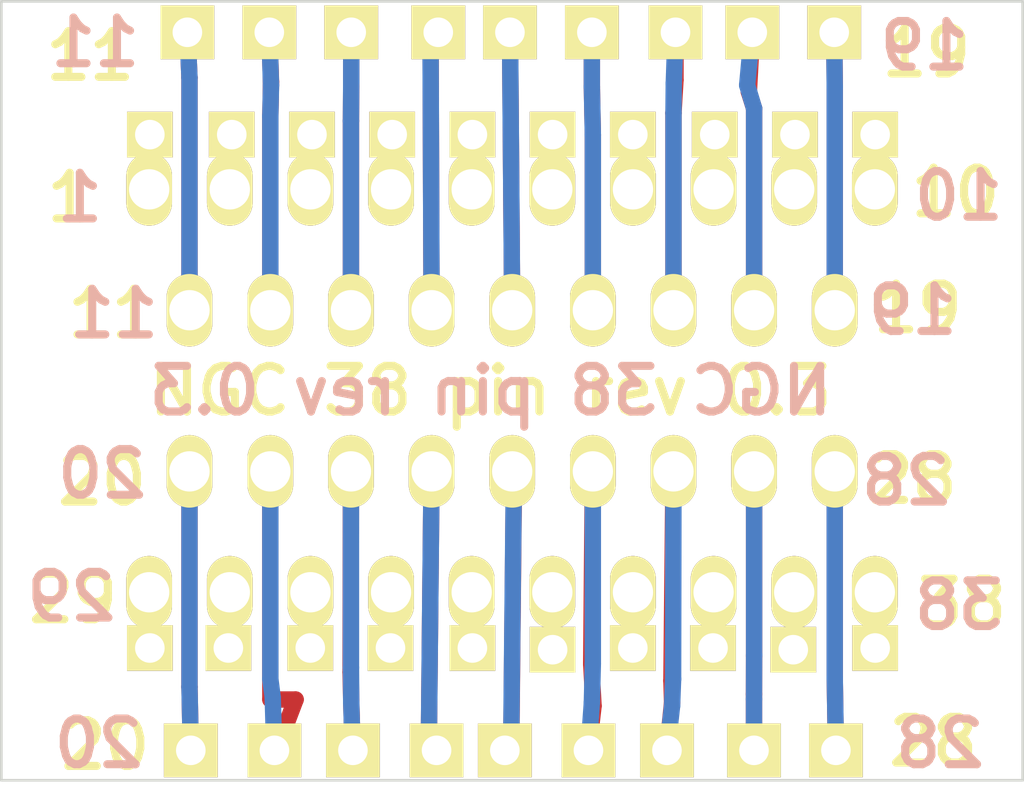
<source format=kicad_pcb>
(kicad_pcb (version 3) (host pcbnew "(2013-07-07 BZR 4022)-stable")

  (general
    (links 38)
    (no_connects 0)
    (area 130.949999 132.969 169.050001 165.053714)
    (thickness 1.6)
    (drawings 30)
    (tracks 136)
    (zones 0)
    (modules 5)
    (nets 39)
  )

  (page A)
  (title_block 
    (title "NGC 38 pin")
    (rev R0.1)
    (company rusEFI)
  )

  (layers
    (15 F.Cu signal)
    (0 B.Cu signal)
    (16 B.Adhes user)
    (17 F.Adhes user)
    (18 B.Paste user)
    (19 F.Paste user)
    (20 B.SilkS user)
    (21 F.SilkS user)
    (22 B.Mask user)
    (23 F.Mask user)
    (24 Dwgs.User user)
    (25 Cmts.User user)
    (26 Eco1.User user)
    (27 Eco2.User user)
    (28 Edge.Cuts user)
  )

  (setup
    (last_trace_width 0.6096)
    (trace_clearance 0.254)
    (zone_clearance 0.508)
    (zone_45_only no)
    (trace_min 0.254)
    (segment_width 0.2)
    (edge_width 0.1)
    (via_size 0.889)
    (via_drill 0.635)
    (via_min_size 0.889)
    (via_min_drill 0.508)
    (uvia_size 0.508)
    (uvia_drill 0.127)
    (uvias_allowed no)
    (uvia_min_size 0.508)
    (uvia_min_drill 0.127)
    (pcb_text_width 0.3)
    (pcb_text_size 1.5 1.5)
    (mod_edge_width 0.15)
    (mod_text_size 1 1)
    (mod_text_width 0.15)
    (pad_size 2 2)
    (pad_drill 1.1)
    (pad_to_mask_clearance 0)
    (aux_axis_origin 0 0)
    (visible_elements 7FFFFB3F)
    (pcbplotparams
      (layerselection 334528513)
      (usegerberextensions true)
      (excludeedgelayer true)
      (linewidth 0.150000)
      (plotframeref false)
      (viasonmask false)
      (mode 1)
      (useauxorigin false)
      (hpglpennumber 1)
      (hpglpenspeed 20)
      (hpglpendiameter 15)
      (hpglpenoverlay 2)
      (psnegative false)
      (psa4output false)
      (plotreference true)
      (plotvalue true)
      (plotothertext true)
      (plotinvisibletext false)
      (padsonsilk false)
      (subtractmaskfromsilk false)
      (outputformat 1)
      (mirror false)
      (drillshape 0)
      (scaleselection 1)
      (outputdirectory NGC_38_connector_gerber))
  )

  (net 0 "")
  (net 1 N-000001)
  (net 2 N-0000010)
  (net 3 N-0000011)
  (net 4 N-0000012)
  (net 5 N-0000013)
  (net 6 N-0000014)
  (net 7 N-0000015)
  (net 8 N-0000016)
  (net 9 N-0000017)
  (net 10 N-0000018)
  (net 11 N-0000019)
  (net 12 N-000002)
  (net 13 N-0000020)
  (net 14 N-0000021)
  (net 15 N-0000022)
  (net 16 N-0000023)
  (net 17 N-0000024)
  (net 18 N-0000025)
  (net 19 N-0000026)
  (net 20 N-0000027)
  (net 21 N-0000028)
  (net 22 N-0000029)
  (net 23 N-000003)
  (net 24 N-0000030)
  (net 25 N-0000031)
  (net 26 N-0000032)
  (net 27 N-0000033)
  (net 28 N-0000034)
  (net 29 N-0000035)
  (net 30 N-0000036)
  (net 31 N-0000037)
  (net 32 N-0000038)
  (net 33 N-000004)
  (net 34 N-000005)
  (net 35 N-000006)
  (net 36 N-000007)
  (net 37 N-000008)
  (net 38 N-000009)

  (net_class Default "This is the default net class."
    (clearance 0.254)
    (trace_width 0.6096)
    (via_dia 0.889)
    (via_drill 0.635)
    (uvia_dia 0.508)
    (uvia_drill 0.127)
    (add_net "")
    (add_net N-000001)
    (add_net N-0000010)
    (add_net N-0000011)
    (add_net N-0000012)
    (add_net N-0000013)
    (add_net N-0000014)
    (add_net N-0000015)
    (add_net N-0000016)
    (add_net N-0000017)
    (add_net N-0000018)
    (add_net N-0000019)
    (add_net N-000002)
    (add_net N-0000020)
    (add_net N-0000021)
    (add_net N-0000022)
    (add_net N-0000023)
    (add_net N-0000024)
    (add_net N-0000025)
    (add_net N-0000026)
    (add_net N-0000027)
    (add_net N-0000028)
    (add_net N-0000029)
    (add_net N-000003)
    (add_net N-0000030)
    (add_net N-0000031)
    (add_net N-0000032)
    (add_net N-0000033)
    (add_net N-0000034)
    (add_net N-0000035)
    (add_net N-0000036)
    (add_net N-0000037)
    (add_net N-0000038)
    (add_net N-000004)
    (add_net N-000005)
    (add_net N-000006)
    (add_net N-000007)
    (add_net N-000008)
    (add_net N-000009)
  )

  (module SIL-10 (layer F.Cu) (tedit 5569DE2C) (tstamp 5569D8A5)
    (at 149.733 140.462)
    (descr "Connecteur 10 pins")
    (tags "CONN DEV")
    (path /543BAEB3)
    (fp_text reference P2 (at -14.605 0) (layer F.SilkS) hide
      (effects (font (size 1.72974 1.08712) (thickness 0.27178)))
    )
    (fp_text value CONN_10 (at 6.35 -2.54) (layer F.SilkS) hide
      (effects (font (size 1.524 1.016) (thickness 0.254)))
    )
    (pad 1 thru_hole rect (at -13.208 0) (size 1.7 1.7) (drill 1.1)
      (layers *.Cu *.Mask F.SilkS)
      (net 3 N-0000011)
    )
    (pad 2 thru_hole rect (at -10.16 0) (size 1.7 1.7) (drill 1.1)
      (layers *.Cu *.Mask F.SilkS)
      (net 2 N-0000010)
    )
    (pad 3 thru_hole rect (at -7.1755 0) (size 1.7 1.7) (drill 1.1)
      (layers *.Cu *.Mask F.SilkS)
      (net 38 N-000009)
    )
    (pad 4 thru_hole rect (at -4.191 0) (size 1.7 1.7) (drill 1.1)
      (layers *.Cu *.Mask F.SilkS)
      (net 37 N-000008)
    )
    (pad 5 thru_hole rect (at -1.2065 0) (size 1.7 1.7) (drill 1.1)
      (layers *.Cu *.Mask F.SilkS)
      (net 36 N-000007)
    )
    (pad 6 thru_hole rect (at 1.778 0) (size 1.7 1.7) (drill 1.1)
      (layers *.Cu *.Mask F.SilkS)
      (net 35 N-000006)
    )
    (pad 7 thru_hole rect (at 4.7625 0) (size 1.7 1.7) (drill 1.1)
      (layers *.Cu *.Mask F.SilkS)
      (net 34 N-000005)
    )
    (pad 8 thru_hole rect (at 7.8105 0) (size 1.7 1.7) (drill 1.1)
      (layers *.Cu *.Mask F.SilkS)
      (net 33 N-000004)
    )
    (pad 9 thru_hole rect (at 10.795 0) (size 1.7 1.7) (drill 1.1)
      (layers *.Cu *.Mask F.SilkS)
      (net 23 N-000003)
    )
    (pad 10 thru_hole rect (at 13.7795 0) (size 1.7 1.7) (drill 1.1)
      (layers *.Cu *.Mask F.SilkS)
      (net 12 N-000002)
    )
  )

  (module SIL-9 (layer F.Cu) (tedit 5569EAD8) (tstamp 543ED05C)
    (at 149.733 163.3855)
    (descr "Connecteur 9 pins")
    (tags "CONN DEV")
    (path /543ECFDE)
    (fp_text reference P5 (at -13.335 0) (layer F.SilkS) hide
      (effects (font (size 1.72974 1.08712) (thickness 0.27178)))
    )
    (fp_text value CONN_9 (at 5.08 -2.54) (layer F.SilkS) hide
      (effects (font (size 1.524 1.016) (thickness 0.254)))
    )
    (pad 1 thru_hole rect (at -11.684 0) (size 2 2) (drill 1.1)
      (layers *.Cu *.Mask F.SilkS)
      (net 8 N-0000016)
    )
    (pad 2 thru_hole rect (at -8.5725 0) (size 2 2) (drill 1.1)
      (layers *.Cu *.Mask F.SilkS)
      (net 21 N-0000028)
    )
    (pad 3 thru_hole rect (at -5.6515 0) (size 2 2) (drill 1.1)
      (layers *.Cu *.Mask F.SilkS)
      (net 20 N-0000027)
    )
    (pad 4 thru_hole rect (at -2.54 0) (size 2 2) (drill 1.1)
      (layers *.Cu *.Mask F.SilkS)
      (net 19 N-0000026)
    )
    (pad 5 thru_hole rect (at 0 0) (size 2 2) (drill 1.1)
      (layers *.Cu *.Mask F.SilkS)
      (net 18 N-0000025)
    )
    (pad 6 thru_hole rect (at 3.1115 0) (size 2 2) (drill 1.1)
      (layers *.Cu *.Mask F.SilkS)
      (net 17 N-0000024)
    )
    (pad 7 thru_hole rect (at 6.0325 0) (size 2 2) (drill 1.1)
      (layers *.Cu *.Mask F.SilkS)
      (net 16 N-0000023)
    )
    (pad 8 thru_hole rect (at 9.271 0) (size 2 2) (drill 1.1)
      (layers *.Cu *.Mask F.SilkS)
      (net 15 N-0000022)
    )
    (pad 9 thru_hole rect (at 12.319 0) (size 2 2) (drill 1.1)
      (layers *.Cu *.Mask F.SilkS)
      (net 14 N-0000021)
    )
  )

  (module SIL-9 (layer F.Cu) (tedit 5569EACB) (tstamp 543ED06E)
    (at 149.7965 136.652)
    (descr "Connecteur 9 pins")
    (tags "CONN DEV")
    (path /543ECFEB)
    (fp_text reference P3 (at -13.09 0.11) (layer F.SilkS) hide
      (effects (font (size 1.72974 1.08712) (thickness 0.27178)))
    )
    (fp_text value CONN_9 (at 5.08 -2.54) (layer F.SilkS) hide
      (effects (font (size 1.524 1.016) (thickness 0.254)))
    )
    (pad 1 thru_hole rect (at -11.8745 0) (size 2 2) (drill 1.1)
      (layers *.Cu *.Mask F.SilkS)
      (net 13 N-0000020)
    )
    (pad 2 thru_hole rect (at -8.8265 0) (size 2 2) (drill 1.1)
      (layers *.Cu *.Mask F.SilkS)
      (net 11 N-0000019)
    )
    (pad 3 thru_hole rect (at -5.7785 0) (size 2 2) (drill 1.1)
      (layers *.Cu *.Mask F.SilkS)
      (net 10 N-0000018)
    )
    (pad 4 thru_hole rect (at -2.54 0) (size 2 2) (drill 1.1)
      (layers *.Cu *.Mask F.SilkS)
      (net 9 N-0000017)
    )
    (pad 5 thru_hole rect (at 0.127 0) (size 2 2) (drill 1.1)
      (layers *.Cu *.Mask F.SilkS)
      (net 1 N-000001)
    )
    (pad 6 thru_hole rect (at 3.175 0) (size 2 2) (drill 1.1)
      (layers *.Cu *.Mask F.SilkS)
      (net 7 N-0000015)
    )
    (pad 7 thru_hole rect (at 6.2865 0) (size 2 2) (drill 1.1)
      (layers *.Cu *.Mask F.SilkS)
      (net 6 N-0000014)
    )
    (pad 8 thru_hole rect (at 9.144 0) (size 2 2) (drill 1.1)
      (layers *.Cu *.Mask F.SilkS)
      (net 5 N-0000013)
    )
    (pad 9 thru_hole rect (at 12.192 0) (size 2 2) (drill 1.1)
      (layers *.Cu *.Mask F.SilkS)
      (net 4 N-0000012)
    )
  )

  (module SIL-10 (layer F.Cu) (tedit 5569E2BE) (tstamp 543ED081)
    (at 149.2885 159.5755)
    (descr "Connecteur 10 pins")
    (tags "CONN DEV")
    (path /543ECFCF)
    (fp_text reference P4 (at -14.605 0) (layer F.SilkS) hide
      (effects (font (size 1.72974 1.08712) (thickness 0.27178)))
    )
    (fp_text value CONN_10 (at 6.35 -2.54) (layer F.SilkS) hide
      (effects (font (size 1.524 1.016) (thickness 0.254)))
    )
    (pad 1 thru_hole rect (at -12.7635 0) (size 1.7 1.7) (drill 1.1)
      (layers *.Cu *.Mask F.SilkS)
      (net 29 N-0000035)
    )
    (pad 2 thru_hole rect (at -9.8425 0) (size 1.7 1.7) (drill 1.1)
      (layers *.Cu *.Mask F.SilkS)
      (net 28 N-0000034)
    )
    (pad 3 thru_hole rect (at -6.7945 0) (size 1.7 1.7) (drill 1.1)
      (layers *.Cu *.Mask F.SilkS)
      (net 22 N-0000029)
    )
    (pad 4 thru_hole rect (at -3.81 0) (size 1.7 1.7) (drill 1.1)
      (layers *.Cu *.Mask F.SilkS)
      (net 26 N-0000032)
    )
    (pad 5 thru_hole rect (at -0.762 0) (size 1.7 1.7) (drill 1.1)
      (layers *.Cu *.Mask F.SilkS)
      (net 25 N-0000031)
    )
    (pad 6 thru_hole rect (at 2.2225 0.0635) (size 1.7 1.7) (drill 1.1)
      (layers *.Cu *.Mask F.SilkS)
      (net 24 N-0000030)
    )
    (pad 7 thru_hole rect (at 5.207 0) (size 1.7 1.7) (drill 1.1)
      (layers *.Cu *.Mask F.SilkS)
      (net 32 N-0000038)
    )
    (pad 8 thru_hole rect (at 8.1915 0) (size 1.7 1.7) (drill 1.1)
      (layers *.Cu *.Mask F.SilkS)
      (net 31 N-0000037)
    )
    (pad 9 thru_hole rect (at 11.176 0.0635) (size 1.7 1.7) (drill 1.1)
      (layers *.Cu *.Mask F.SilkS)
      (net 30 N-0000036)
    )
    (pad 10 thru_hole rect (at 14.224 0) (size 1.7 1.7) (drill 1.1)
      (layers *.Cu *.Mask F.SilkS)
      (net 27 N-0000033)
    )
  )

  (module PCM_C1 (layer F.Cu) (tedit 54478AE1) (tstamp 5446FAEB)
    (at 136.5 150)
    (descr PCM_CON_4x38_C1)
    (tags PCM_CON_4x38_C1)
    (path /543BAB9B)
    (fp_text reference P1 (at -1.27 0) (layer F.SilkS) hide
      (effects (font (size 1.5 1) (thickness 0.15)))
    )
    (fp_text value DIL38 (at -2.25 0) (layer F.SilkS) hide
      (effects (font (size 1.5 1) (thickness 0.15)))
    )
    (pad 1 thru_hole oval (at 0 -7.5) (size 1.7 2.7) (drill 1.5)
      (layers *.Cu *.Mask F.SilkS)
      (net 3 N-0000011)
      (zone_connect 2)
    )
    (pad 2 thru_hole oval (at 3 -7.5) (size 1.7 2.7) (drill 1.5)
      (layers *.Cu *.Mask F.SilkS)
      (net 2 N-0000010)
    )
    (pad 3 thru_hole oval (at 6 -7.5) (size 1.7 2.7) (drill 1.5)
      (layers *.Cu *.Mask F.SilkS)
      (net 38 N-000009)
    )
    (pad 4 thru_hole oval (at 9 -7.5) (size 1.7 2.7) (drill 1.5)
      (layers *.Cu *.Mask F.SilkS)
      (net 37 N-000008)
    )
    (pad 5 thru_hole oval (at 12 -7.5) (size 1.7 2.7) (drill 1.5)
      (layers *.Cu *.Mask F.SilkS)
      (net 36 N-000007)
    )
    (pad 6 thru_hole oval (at 15 -7.5) (size 1.7 2.7) (drill 1.5)
      (layers *.Cu *.Mask F.SilkS)
      (net 35 N-000006)
    )
    (pad 7 thru_hole oval (at 18 -7.5) (size 1.7 2.7) (drill 1.5)
      (layers *.Cu *.Mask F.SilkS)
      (net 34 N-000005)
    )
    (pad 8 thru_hole oval (at 21 -7.5) (size 1.7 2.7) (drill 1.5)
      (layers *.Cu *.Mask F.SilkS)
      (net 33 N-000004)
    )
    (pad 9 thru_hole oval (at 24 -7.5) (size 1.7 2.7) (drill 1.5)
      (layers *.Cu *.Mask F.SilkS)
      (net 23 N-000003)
    )
    (pad 10 thru_hole oval (at 27 -7.5) (size 1.7 2.7) (drill 1.5)
      (layers *.Cu *.Mask F.SilkS)
      (net 12 N-000002)
    )
    (pad 29 thru_hole oval (at 0 7.5) (size 1.7 2.7) (drill 1.5)
      (layers *.Cu *.Mask F.SilkS)
      (net 29 N-0000035)
    )
    (pad 30 thru_hole oval (at 3 7.5) (size 1.7 2.7) (drill 1.5)
      (layers *.Cu *.Mask F.SilkS)
      (net 28 N-0000034)
    )
    (pad 31 thru_hole oval (at 6 7.5) (size 1.7 2.7) (drill 1.5)
      (layers *.Cu *.Mask F.SilkS)
      (net 22 N-0000029)
    )
    (pad 32 thru_hole oval (at 9 7.5) (size 1.7 2.7) (drill 1.5)
      (layers *.Cu *.Mask F.SilkS)
      (net 26 N-0000032)
    )
    (pad 33 thru_hole oval (at 12 7.5) (size 1.7 2.7) (drill 1.5)
      (layers *.Cu *.Mask F.SilkS)
      (net 25 N-0000031)
    )
    (pad 34 thru_hole oval (at 15 7.5) (size 1.7 2.7) (drill 1.5)
      (layers *.Cu *.Mask F.SilkS)
      (net 24 N-0000030)
    )
    (pad 35 thru_hole oval (at 18 7.5) (size 1.7 2.7) (drill 1.5)
      (layers *.Cu *.Mask F.SilkS)
      (net 32 N-0000038)
    )
    (pad 36 thru_hole oval (at 21 7.5) (size 1.7 2.7) (drill 1.5)
      (layers *.Cu *.Mask F.SilkS)
      (net 31 N-0000037)
    )
    (pad 37 thru_hole oval (at 24 7.5) (size 1.7 2.7) (drill 1.5)
      (layers *.Cu *.Mask F.SilkS)
      (net 30 N-0000036)
    )
    (pad 38 thru_hole oval (at 27 7.5) (size 1.7 2.7) (drill 1.5)
      (layers *.Cu *.Mask F.SilkS)
      (net 27 N-0000033)
    )
    (pad 11 thru_hole oval (at 1.5 -3) (size 1.7 2.7) (drill 1.5)
      (layers *.Cu *.Mask F.SilkS)
      (net 13 N-0000020)
    )
    (pad 12 thru_hole oval (at 4.508 -3) (size 1.7 2.7) (drill 1.5)
      (layers *.Cu *.Mask F.SilkS)
      (net 11 N-0000019)
    )
    (pad 13 thru_hole oval (at 7.508 -3) (size 1.7 2.7) (drill 1.5)
      (layers *.Cu *.Mask F.SilkS)
      (net 10 N-0000018)
    )
    (pad 14 thru_hole oval (at 10.508 -3) (size 1.7 2.7) (drill 1.5)
      (layers *.Cu *.Mask F.SilkS)
      (net 9 N-0000017)
    )
    (pad 15 thru_hole oval (at 13.508 -3) (size 1.7 2.7) (drill 1.5)
      (layers *.Cu *.Mask F.SilkS)
      (net 1 N-000001)
    )
    (pad 16 thru_hole oval (at 16.508 -3) (size 1.7 2.7) (drill 1.5)
      (layers *.Cu *.Mask F.SilkS)
      (net 7 N-0000015)
    )
    (pad 17 thru_hole oval (at 19.508 -3) (size 1.7 2.7) (drill 1.5)
      (layers *.Cu *.Mask F.SilkS)
      (net 6 N-0000014)
    )
    (pad 18 thru_hole oval (at 22.508 -3) (size 1.7 2.7) (drill 1.5)
      (layers *.Cu *.Mask F.SilkS)
      (net 5 N-0000013)
    )
    (pad 19 thru_hole oval (at 25.508 -3) (size 1.7 2.7) (drill 1.5)
      (layers *.Cu *.Mask F.SilkS)
      (net 4 N-0000012)
    )
    (pad 20 thru_hole oval (at 1.5 3) (size 1.7 2.7) (drill 1.5)
      (layers *.Cu *.Mask F.SilkS)
      (net 8 N-0000016)
    )
    (pad 21 thru_hole oval (at 4.508 3) (size 1.7 2.7) (drill 1.5)
      (layers *.Cu *.Mask F.SilkS)
      (net 21 N-0000028)
    )
    (pad 22 thru_hole oval (at 7.508 3) (size 1.7 2.7) (drill 1.5)
      (layers *.Cu *.Mask F.SilkS)
      (net 20 N-0000027)
    )
    (pad 23 thru_hole oval (at 10.508 3) (size 1.7 2.7) (drill 1.5)
      (layers *.Cu *.Mask F.SilkS)
      (net 19 N-0000026)
    )
    (pad 24 thru_hole oval (at 13.508 3) (size 1.7 2.7) (drill 1.5)
      (layers *.Cu *.Mask F.SilkS)
      (net 18 N-0000025)
    )
    (pad 25 thru_hole oval (at 16.508 3) (size 1.7 2.7) (drill 1.5)
      (layers *.Cu *.Mask F.SilkS)
      (net 17 N-0000024)
    )
    (pad 26 thru_hole oval (at 19.508 3) (size 1.7 2.7) (drill 1.5)
      (layers *.Cu *.Mask F.SilkS)
      (net 16 N-0000023)
    )
    (pad 27 thru_hole oval (at 22.508 3) (size 1.7 2.7) (drill 1.5)
      (layers *.Cu *.Mask F.SilkS)
      (net 15 N-0000022)
    )
    (pad 28 thru_hole oval (at 25.508 3) (size 1.7 2.7) (drill 1.5)
      (layers *.Cu *.Mask F.SilkS)
      (net 14 N-0000021)
    )
  )

  (gr_text 20 (at 134.62 163.1315) (layer B.SilkS)
    (effects (font (size 1.7 1.7) (thickness 0.3)) (justify mirror))
  )
  (gr_text 20 (at 134.747 153.0985) (layer B.SilkS)
    (effects (font (size 1.7 1.7) (thickness 0.3)) (justify mirror))
  )
  (gr_text 28 (at 165.9255 163.1315) (layer B.SilkS)
    (effects (font (size 1.7 1.7) (thickness 0.3)) (justify mirror))
  )
  (gr_text 28 (at 164.6555 153.3525) (layer B.SilkS)
    (effects (font (size 1.7 1.7) (thickness 0.3)) (justify mirror))
  )
  (gr_text 28 (at 164.9095 153.289) (layer F.SilkS)
    (effects (font (size 1.7 1.7) (thickness 0.3)))
  )
  (gr_text 28 (at 165.6715 163.068) (layer F.SilkS)
    (effects (font (size 1.7 1.7) (thickness 0.3)))
  )
  (gr_text 20 (at 134.874 163.195) (layer F.SilkS)
    (effects (font (size 1.7 1.7) (thickness 0.3)))
  )
  (gr_text 20 (at 134.747 153.3525) (layer F.SilkS)
    (effects (font (size 1.7 1.7) (thickness 0.3)))
  )
  (gr_text 38 (at 166.751 157.9245) (layer F.SilkS)
    (effects (font (size 1.7 1.7) (thickness 0.3)))
  )
  (gr_text 29 (at 133.6675 157.734) (layer F.SilkS)
    (effects (font (size 1.7 1.7) (thickness 0.3)))
  )
  (gr_text 29 (at 133.604 157.6705) (layer B.SilkS)
    (effects (font (size 1.7 1.7) (thickness 0.3)) (justify mirror))
  )
  (gr_text 11 (at 135.1915 147.1295) (layer B.SilkS)
    (effects (font (size 1.7 1.7) (thickness 0.3)) (justify mirror))
  )
  (gr_text 11 (at 134.493 137.033) (layer B.SilkS)
    (effects (font (size 1.7 1.7) (thickness 0.3)) (justify mirror))
  )
  (gr_text 11 (at 135.128 147.1295) (layer F.SilkS)
    (effects (font (size 1.7 1.7) (thickness 0.3)))
  )
  (gr_text 11 (at 134.3025 137.541) (layer F.SilkS)
    (effects (font (size 1.7 1.7) (thickness 0.3)))
  )
  (gr_text 1 (at 133.5405 142.8115) (layer F.SilkS)
    (effects (font (size 1.7 1.7) (thickness 0.3)))
  )
  (gr_text 1 (at 133.9215 142.8115) (layer B.SilkS)
    (effects (font (size 1.7 1.7) (thickness 0.3)) (justify mirror))
  )
  (gr_text 19 (at 165.354 137.16) (layer B.SilkS)
    (effects (font (size 1.7 1.7) (thickness 0.3)) (justify mirror))
  )
  (gr_text 19 (at 165.4175 137.414) (layer F.SilkS)
    (effects (font (size 1.7 1.7) (thickness 0.3)))
  )
  (gr_text 19 (at 165.1 146.939) (layer F.SilkS)
    (effects (font (size 1.7 1.7) (thickness 0.3)))
  )
  (gr_text 10 (at 166.497 142.621) (layer F.SilkS)
    (effects (font (size 1.7 1.7) (thickness 0.3)))
  )
  (gr_text 38 (at 166.624 157.988) (layer B.SilkS)
    (effects (font (size 1.7 1.7) (thickness 0.3)) (justify mirror))
  )
  (gr_text 19 (at 164.9095 147.0025) (layer B.SilkS)
    (effects (font (size 1.7 1.7) (thickness 0.3)) (justify mirror))
  )
  (gr_text 10 (at 166.624 142.748) (layer B.SilkS)
    (effects (font (size 1.7 1.7) (thickness 0.3)) (justify mirror))
  )
  (gr_text "NGC 38 pin rev 0.3" (at 149.2 150) (layer B.SilkS)
    (effects (font (size 1.7 1.7) (thickness 0.3)) (justify mirror))
  )
  (gr_line (start 169 135.5) (end 131 135.5) (angle 90) (layer Edge.Cuts) (width 0.1))
  (gr_line (start 169 164.5) (end 169 135.5) (angle 90) (layer Edge.Cuts) (width 0.1))
  (gr_line (start 131 164.5) (end 131 135.5) (angle 90) (layer Edge.Cuts) (width 0.1))
  (gr_line (start 169 164.5) (end 131 164.5) (angle 90) (layer Edge.Cuts) (width 0.1))
  (gr_text "NGC 38 pin rev 0.3" (at 149.2 150) (layer F.SilkS)
    (effects (font (size 1.7 1.7) (thickness 0.3)))
  )

  (segment (start 150.008 147) (end 149.9235 136.271) (width 0.6096) (layer F.Cu) (net 1) (status 20))
  (segment (start 149.9235 136.271) (end 149.9235 136.271) (width 0.6096) (layer F.Cu) (net 1) (tstamp 54471B44) (status 30))
  (segment (start 150.008 147) (end 149.9235 136.271) (width 0.6096) (layer B.Cu) (net 1) (status 20))
  (segment (start 149.9235 136.271) (end 149.9235 136.271) (width 0.6096) (layer B.Cu) (net 1) (tstamp 544718A4) (status 30))
  (segment (start 149.9235 136.271) (end 149.9235 136.271) (width 0.254) (layer F.Cu) (net 1) (tstamp 544638F0) (status 30))
  (segment (start 139.573 140.462) (end 139.573 142.427) (width 0.6096) (layer B.Cu) (net 2))
  (segment (start 139.573 142.427) (end 139.5 142.5) (width 0.6096) (layer B.Cu) (net 2) (tstamp 5581FFA1))
  (segment (start 136.5 142.5) (end 136.5 140.487) (width 0.6096) (layer B.Cu) (net 3))
  (segment (start 136.5 140.487) (end 136.525 140.462) (width 0.6096) (layer B.Cu) (net 3) (tstamp 5581FF9C))
  (segment (start 162.008 147) (end 162.008 138.678) (width 0.6096) (layer F.Cu) (net 4))
  (segment (start 162.008 138.678) (end 161.9885 136.5885) (width 0.6096) (layer F.Cu) (net 4) (tstamp 54471B02) (status 20))
  (segment (start 162.008 147) (end 162.008 138.678) (width 0.6096) (layer B.Cu) (net 4))
  (segment (start 162.008 138.678) (end 161.9885 136.5885) (width 0.6096) (layer B.Cu) (net 4) (tstamp 5447186E) (status 20))
  (segment (start 159.008 147) (end 159.008 139.488) (width 0.6096) (layer F.Cu) (net 5))
  (segment (start 159.008 139.488) (end 158.8135 138.8745) (width 0.6096) (layer F.Cu) (net 5) (tstamp 54471B13))
  (segment (start 158.8135 138.8745) (end 158.9405 136.525) (width 0.6096) (layer F.Cu) (net 5) (tstamp 54471B15) (status 20))
  (segment (start 159.008 147) (end 159.008 139.488) (width 0.6096) (layer B.Cu) (net 5))
  (segment (start 158.75 138.6205) (end 158.9405 136.525) (width 0.6096) (layer B.Cu) (net 5) (tstamp 54471882) (status 20))
  (segment (start 159.008 139.488) (end 158.75 138.6205) (width 0.6096) (layer B.Cu) (net 5) (tstamp 5447187B))
  (segment (start 156.008 147) (end 156.008 139.663) (width 0.6096) (layer F.Cu) (net 6))
  (segment (start 156.008 139.663) (end 156.083 138.43) (width 0.6096) (layer F.Cu) (net 6) (tstamp 54471B24))
  (segment (start 156.083 138.43) (end 156.083 136.7155) (width 0.6096) (layer F.Cu) (net 6) (tstamp 54471B26) (status 20))
  (segment (start 156.008 147) (end 156.008 139.663) (width 0.6096) (layer B.Cu) (net 6))
  (segment (start 156.0195 138.557) (end 156.083 136.7155) (width 0.6096) (layer B.Cu) (net 6) (tstamp 5447188D) (status 20))
  (segment (start 156.008 139.663) (end 156.0195 138.557) (width 0.6096) (layer B.Cu) (net 6) (tstamp 5447188B))
  (segment (start 153.008 147) (end 153.008 140.473) (width 0.6096) (layer F.Cu) (net 7))
  (segment (start 152.9715 138.684) (end 152.9715 136.4615) (width 0.6096) (layer F.Cu) (net 7) (tstamp 54471B36) (status 20))
  (segment (start 153.008 147) (end 153.008 140.473) (width 0.6096) (layer B.Cu) (net 7))
  (segment (start 152.9715 138.684) (end 152.9715 136.4615) (width 0.6096) (layer B.Cu) (net 7) (tstamp 5447189B) (status 20))
  (segment (start 153.008 140.473) (end 152.9715 138.684) (width 0.6096) (layer F.Cu) (net 7) (tstamp 54471B34))
  (segment (start 153.008 140.473) (end 152.9715 138.684) (width 0.6096) (layer B.Cu) (net 7) (tstamp 54471897))
  (segment (start 138 153) (end 138 161.025) (width 0.6096) (layer F.Cu) (net 8))
  (segment (start 138 161.025) (end 138.049 163.322) (width 0.6096) (layer F.Cu) (net 8) (tstamp 54471A81) (status 20))
  (segment (start 138 153) (end 138 161.025) (width 0.6096) (layer B.Cu) (net 8))
  (segment (start 138 161.025) (end 138.049 163.322) (width 0.6096) (layer B.Cu) (net 8) (tstamp 544717A5) (status 20))
  (segment (start 147.008 147) (end 146.9695 136.939) (width 0.6096) (layer F.Cu) (net 9) (status 20))
  (segment (start 146.9695 136.939) (end 147.2565 136.652) (width 0.6096) (layer F.Cu) (net 9) (tstamp 54471B53) (status 30))
  (segment (start 147.008 147) (end 146.9695 136.939) (width 0.6096) (layer B.Cu) (net 9) (status 20))
  (segment (start 146.9695 136.939) (end 147.2565 136.652) (width 0.6096) (layer B.Cu) (net 9) (tstamp 544718AE) (status 30))
  (segment (start 144.008 147) (end 144.008 139.952) (width 0.6096) (layer F.Cu) (net 10))
  (segment (start 144.008 139.952) (end 144.018 138.684) (width 0.6096) (layer F.Cu) (net 10) (tstamp 54471B62))
  (segment (start 144.018 138.684) (end 144.018 136.5885) (width 0.6096) (layer F.Cu) (net 10) (tstamp 54471B64) (status 20))
  (segment (start 144.008 147) (end 144.008 139.952) (width 0.6096) (layer B.Cu) (net 10))
  (segment (start 144.018 138.4935) (end 144.018 136.5885) (width 0.6096) (layer B.Cu) (net 10) (tstamp 544718BB) (status 20))
  (segment (start 144.008 139.952) (end 144.018 138.4935) (width 0.6096) (layer B.Cu) (net 10) (tstamp 544718B8))
  (segment (start 141.008 147) (end 141.008 139.777) (width 0.6096) (layer F.Cu) (net 11))
  (segment (start 141.008 139.777) (end 141.0335 138.4935) (width 0.6096) (layer F.Cu) (net 11) (tstamp 54471B72))
  (segment (start 141.0335 138.4935) (end 140.97 136.525) (width 0.6096) (layer F.Cu) (net 11) (tstamp 54471B75) (status 20))
  (segment (start 141.008 147) (end 141.008 139.777) (width 0.6096) (layer B.Cu) (net 11))
  (segment (start 141.0335 138.6205) (end 140.97 136.525) (width 0.6096) (layer B.Cu) (net 11) (tstamp 544718C6) (status 20))
  (segment (start 141.008 139.777) (end 141.0335 138.6205) (width 0.6096) (layer B.Cu) (net 11) (tstamp 544718C4))
  (segment (start 163.5 142.5) (end 163.5 140.4745) (width 0.6096) (layer B.Cu) (net 12))
  (segment (start 163.5 140.4745) (end 163.5125 140.462) (width 0.6096) (layer B.Cu) (net 12) (tstamp 5581FFAD))
  (segment (start 138 147) (end 138 138.34) (width 0.6096) (layer F.Cu) (net 13))
  (segment (start 138 138.34) (end 137.922 136.5885) (width 0.6096) (layer F.Cu) (net 13) (tstamp 54471B84) (status 20))
  (segment (start 138 147) (end 138 138.34) (width 0.6096) (layer B.Cu) (net 13))
  (segment (start 138 138.34) (end 137.922 136.5885) (width 0.6096) (layer B.Cu) (net 13) (tstamp 544718CF) (status 20))
  (segment (start 162.008 153) (end 162.008 160.687) (width 0.6096) (layer F.Cu) (net 14))
  (segment (start 162.008 160.687) (end 162.052 163.322) (width 0.6096) (layer F.Cu) (net 14) (tstamp 54471ADE) (status 20))
  (segment (start 162.008 153) (end 162.008 160.687) (width 0.6096) (layer B.Cu) (net 14))
  (segment (start 162.008 160.687) (end 162.052 163.322) (width 0.6096) (layer B.Cu) (net 14) (tstamp 54471815) (status 20))
  (segment (start 159.008 153) (end 159.008 159.877) (width 0.6096) (layer F.Cu) (net 15))
  (segment (start 159.008 159.877) (end 159.004 161.29) (width 0.6096) (layer F.Cu) (net 15) (tstamp 54471AD2))
  (segment (start 159.004 161.29) (end 159.004 163.5125) (width 0.6096) (layer F.Cu) (net 15) (tstamp 54471AD4) (status 20))
  (segment (start 159.008 153) (end 159.008 159.828318) (width 0.6096) (layer B.Cu) (net 15))
  (segment (start 159.004 161.4805) (end 159.004 163.5125) (width 0.6096) (layer B.Cu) (net 15) (tstamp 5447180C) (status 20))
  (segment (start 159.008 159.828318) (end 159.004 161.4805) (width 0.6096) (layer B.Cu) (net 15) (tstamp 54471809))
  (segment (start 156.008 153) (end 155.931 160.795) (width 0.6096) (layer F.Cu) (net 16))
  (segment (start 155.931 160.795) (end 155.956 161.6075) (width 0.6096) (layer F.Cu) (net 16) (tstamp 54471AC8))
  (segment (start 155.956 161.6075) (end 155.7655 163.449) (width 0.6096) (layer F.Cu) (net 16) (tstamp 54471AC9) (status 20))
  (segment (start 156.008 153) (end 155.9945 160.7315) (width 0.6096) (layer B.Cu) (net 16))
  (segment (start 155.956 161.7345) (end 155.7655 163.449) (width 0.6096) (layer B.Cu) (net 16) (tstamp 544717F9) (status 20))
  (segment (start 155.9945 160.7315) (end 155.956 161.7345) (width 0.6096) (layer B.Cu) (net 16) (tstamp 544717F7))
  (segment (start 153.008 153) (end 152.9465 160.16) (width 0.6096) (layer F.Cu) (net 17))
  (segment (start 153.035 161.7345) (end 152.8445 163.3855) (width 0.6096) (layer F.Cu) (net 17) (tstamp 54471ABF) (status 20))
  (segment (start 153.008 153) (end 153.008 160.162) (width 0.6096) (layer B.Cu) (net 17))
  (segment (start 152.9715 161.6075) (end 152.8445 163.3855) (width 0.6096) (layer B.Cu) (net 17) (tstamp 544717DF) (status 20))
  (segment (start 152.8445 163.3855) (end 152.8445 163.3855) (width 0.254) (layer F.Cu) (net 17) (tstamp 5446392F) (status 30))
  (segment (start 152.9465 160.16) (end 153.035 161.7345) (width 0.6096) (layer F.Cu) (net 17) (tstamp 54471ABC))
  (segment (start 153.008 160.162) (end 152.9715 161.6075) (width 0.6096) (layer B.Cu) (net 17) (tstamp 544717DC))
  (segment (start 150.0715 153.381) (end 149.973984 163.144516) (width 0.6096) (layer F.Cu) (net 18) (status 20))
  (segment (start 149.973984 163.144516) (end 149.733 163.3855) (width 0.6096) (layer F.Cu) (net 18) (tstamp 54471AB4) (status 30))
  (segment (start 150.0715 153) (end 149.970141 163.148359) (width 0.6096) (layer B.Cu) (net 18) (status 20))
  (segment (start 149.970141 163.148359) (end 149.733 163.3855) (width 0.6096) (layer B.Cu) (net 18) (tstamp 544717D3) (status 30))
  (segment (start 149.746 163.3725) (end 149.733 163.3855) (width 0.254) (layer F.Cu) (net 18) (tstamp 5446392C) (status 30))
  (segment (start 147.008 153) (end 146.906 163.0985) (width 0.6096) (layer F.Cu) (net 19) (status 20))
  (segment (start 146.906 163.0985) (end 147.193 163.3855) (width 0.6096) (layer F.Cu) (net 19) (tstamp 54471AAB) (status 30))
  (segment (start 147.008 153) (end 146.906 163.0985) (width 0.6096) (layer B.Cu) (net 19) (status 20))
  (segment (start 146.906 163.0985) (end 147.193 163.3855) (width 0.6096) (layer B.Cu) (net 19) (tstamp 544717CB) (status 30))
  (segment (start 146.746 162.9385) (end 147.193 163.3855) (width 0.254) (layer F.Cu) (net 19) (tstamp 54463941) (status 30))
  (segment (start 144.008 153) (end 143.993 160.4775) (width 0.6096) (layer F.Cu) (net 20))
  (segment (start 143.993 160.4775) (end 144.018 161.544) (width 0.6096) (layer F.Cu) (net 20) (tstamp 54471AA0))
  (segment (start 144.018 161.544) (end 144.0815 163.703) (width 0.6096) (layer F.Cu) (net 20) (tstamp 54471AA3) (status 20))
  (segment (start 144.008 153) (end 144.008 160.302) (width 0.6096) (layer B.Cu) (net 20))
  (segment (start 144.018 161.6075) (end 144.0815 163.703) (width 0.6096) (layer B.Cu) (net 20) (tstamp 544717C1) (status 20))
  (segment (start 144.008 160.302) (end 144.018 161.6075) (width 0.6096) (layer B.Cu) (net 20) (tstamp 544717BF))
  (segment (start 141.008 153) (end 141.008545 161.4935) (width 0.6096) (layer F.Cu) (net 21))
  (segment (start 141.008545 161.4935) (end 141.950143 161.4935) (width 0.6096) (layer F.Cu) (net 21) (tstamp 54471A93))
  (segment (start 141.950143 161.4935) (end 141.1605 163.576) (width 0.6096) (layer F.Cu) (net 21) (tstamp 54471A96) (status 20))
  (segment (start 141.008 153) (end 141.0085 160.7315) (width 0.6096) (layer B.Cu) (net 21))
  (segment (start 141.097 161.417) (end 141.1605 163.576) (width 0.6096) (layer B.Cu) (net 21) (tstamp 544717B4) (status 20))
  (segment (start 141.0085 160.7315) (end 141.097 161.417) (width 0.6096) (layer B.Cu) (net 21) (tstamp 544717B2))
  (segment (start 142.5 157.5) (end 142.5 159.5695) (width 0.6096) (layer B.Cu) (net 22))
  (segment (start 142.5 159.5695) (end 142.494 159.5755) (width 0.6096) (layer B.Cu) (net 22) (tstamp 5581FFCF))
  (segment (start 160.5 142.5) (end 160.5 140.49) (width 0.6096) (layer B.Cu) (net 23))
  (segment (start 160.5 140.49) (end 160.528 140.462) (width 0.6096) (layer B.Cu) (net 23) (tstamp 5581FFB0))
  (segment (start 151.511 159.639) (end 151.511 157.511) (width 0.6096) (layer B.Cu) (net 24))
  (segment (start 151.511 157.511) (end 151.5 157.5) (width 0.6096) (layer B.Cu) (net 24) (tstamp 5581FFDF))
  (segment (start 148.5 157.5) (end 148.5 159.549) (width 0.6096) (layer B.Cu) (net 25))
  (segment (start 148.5 159.549) (end 148.5265 159.5755) (width 0.6096) (layer B.Cu) (net 25) (tstamp 5581FFD5))
  (segment (start 145.5 157.5) (end 145.5 159.554) (width 0.6096) (layer B.Cu) (net 26))
  (segment (start 145.5 159.554) (end 145.4785 159.5755) (width 0.6096) (layer B.Cu) (net 26) (tstamp 5581FFD2))
  (segment (start 163.5 157.5) (end 163.5 159.563) (width 0.6096) (layer B.Cu) (net 27))
  (segment (start 163.5 159.563) (end 163.5125 159.5755) (width 0.6096) (layer B.Cu) (net 27) (tstamp 5581FFEC))
  (segment (start 139.446 159.5755) (end 139.446 157.554) (width 0.6096) (layer B.Cu) (net 28))
  (segment (start 139.446 157.554) (end 139.5 157.5) (width 0.6096) (layer B.Cu) (net 28) (tstamp 5581FFC4))
  (segment (start 136.525 159.5755) (end 136.525 157.525) (width 0.6096) (layer B.Cu) (net 29))
  (segment (start 136.525 157.525) (end 136.5 157.5) (width 0.6096) (layer B.Cu) (net 29) (tstamp 5581FFCC))
  (segment (start 160.5 157.5) (end 160.5 159.6035) (width 0.6096) (layer B.Cu) (net 30))
  (segment (start 160.5 159.6035) (end 160.4645 159.639) (width 0.6096) (layer B.Cu) (net 30) (tstamp 5581FFE9))
  (segment (start 157.5 157.5) (end 157.5 159.5555) (width 0.6096) (layer B.Cu) (net 31))
  (segment (start 157.5 159.5555) (end 157.48 159.5755) (width 0.6096) (layer B.Cu) (net 31) (tstamp 5581FFE6))
  (segment (start 154.4955 159.5755) (end 154.4955 157.5045) (width 0.6096) (layer B.Cu) (net 32))
  (segment (start 154.4955 157.5045) (end 154.5 157.5) (width 0.6096) (layer B.Cu) (net 32) (tstamp 5581FFE2))
  (segment (start 157.5435 140.462) (end 157.5435 142.4565) (width 0.6096) (layer B.Cu) (net 33))
  (segment (start 157.5435 142.4565) (end 157.5 142.5) (width 0.6096) (layer B.Cu) (net 33) (tstamp 5581FFFB))
  (segment (start 154.4955 140.462) (end 154.4955 142.4955) (width 0.6096) (layer B.Cu) (net 34))
  (segment (start 154.4955 142.4955) (end 154.5 142.5) (width 0.6096) (layer B.Cu) (net 34) (tstamp 5581FFF8))
  (segment (start 151.511 140.462) (end 151.511 142.489) (width 0.6096) (layer B.Cu) (net 35))
  (segment (start 151.511 142.489) (end 151.5 142.5) (width 0.6096) (layer B.Cu) (net 35) (tstamp 5581FFF5))
  (segment (start 148.5265 140.462) (end 148.5265 142.4735) (width 0.6096) (layer B.Cu) (net 36))
  (segment (start 148.5265 142.4735) (end 148.5 142.5) (width 0.6096) (layer B.Cu) (net 36) (tstamp 5581FFF2))
  (segment (start 145.542 140.462) (end 145.542 142.458) (width 0.6096) (layer B.Cu) (net 37))
  (segment (start 145.542 142.458) (end 145.5 142.5) (width 0.6096) (layer B.Cu) (net 37) (tstamp 5581FFEF))
  (segment (start 142.5575 140.462) (end 142.5575 142.4425) (width 0.6096) (layer B.Cu) (net 38))
  (segment (start 142.5575 142.4425) (end 142.5 142.5) (width 0.6096) (layer B.Cu) (net 38) (tstamp 5581FFA4))

)

</source>
